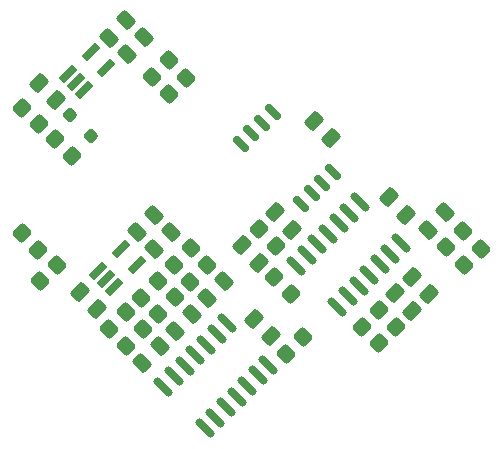
<source format=gbp>
G04 #@! TF.GenerationSoftware,KiCad,Pcbnew,(7.0.0)*
G04 #@! TF.CreationDate,2023-04-27T15:14:50-06:00*
G04 #@! TF.ProjectId,Fonocardiograma_V3C,466f6e6f-6361-4726-9469-6f6772616d61,rev?*
G04 #@! TF.SameCoordinates,Original*
G04 #@! TF.FileFunction,Paste,Bot*
G04 #@! TF.FilePolarity,Positive*
%FSLAX46Y46*%
G04 Gerber Fmt 4.6, Leading zero omitted, Abs format (unit mm)*
G04 Created by KiCad (PCBNEW (7.0.0)) date 2023-04-27 15:14:50*
%MOMM*%
%LPD*%
G01*
G04 APERTURE LIST*
G04 Aperture macros list*
%AMRoundRect*
0 Rectangle with rounded corners*
0 $1 Rounding radius*
0 $2 $3 $4 $5 $6 $7 $8 $9 X,Y pos of 4 corners*
0 Add a 4 corners polygon primitive as box body*
4,1,4,$2,$3,$4,$5,$6,$7,$8,$9,$2,$3,0*
0 Add four circle primitives for the rounded corners*
1,1,$1+$1,$2,$3*
1,1,$1+$1,$4,$5*
1,1,$1+$1,$6,$7*
1,1,$1+$1,$8,$9*
0 Add four rect primitives between the rounded corners*
20,1,$1+$1,$2,$3,$4,$5,0*
20,1,$1+$1,$4,$5,$6,$7,0*
20,1,$1+$1,$6,$7,$8,$9,0*
20,1,$1+$1,$8,$9,$2,$3,0*%
%AMRotRect*
0 Rectangle, with rotation*
0 The origin of the aperture is its center*
0 $1 length*
0 $2 width*
0 $3 Rotation angle, in degrees counterclockwise*
0 Add horizontal line*
21,1,$1,$2,0,0,$3*%
G04 Aperture macros list end*
%ADD10RotRect,1.560000X0.650000X45.000000*%
%ADD11RoundRect,0.250000X-0.070711X0.565685X-0.565685X0.070711X0.070711X-0.565685X0.565685X-0.070711X0*%
%ADD12RoundRect,0.150000X0.689429X-0.477297X-0.477297X0.689429X-0.689429X0.477297X0.477297X-0.689429X0*%
%ADD13RoundRect,0.250000X0.565685X0.070711X0.070711X0.565685X-0.565685X-0.070711X-0.070711X-0.565685X0*%
%ADD14RoundRect,0.250000X0.574524X0.097227X0.097227X0.574524X-0.574524X-0.097227X-0.097227X-0.574524X0*%
%ADD15RoundRect,0.250000X-0.574524X-0.097227X-0.097227X-0.574524X0.574524X0.097227X0.097227X0.574524X0*%
%ADD16RoundRect,0.150000X0.565685X-0.353553X-0.353553X0.565685X-0.565685X0.353553X0.353553X-0.565685X0*%
%ADD17RoundRect,0.250000X0.097227X-0.574524X0.574524X-0.097227X-0.097227X0.574524X-0.574524X0.097227X0*%
%ADD18RoundRect,0.250000X0.070711X-0.565685X0.565685X-0.070711X-0.070711X0.565685X-0.565685X0.070711X0*%
%ADD19RoundRect,0.250000X-0.097227X0.574524X-0.574524X0.097227X0.097227X-0.574524X0.574524X-0.097227X0*%
%ADD20RoundRect,0.250000X-0.565685X-0.070711X-0.070711X-0.565685X0.565685X0.070711X0.070711X0.565685X0*%
%ADD21RoundRect,0.250000X-0.353553X0.000000X0.000000X-0.353553X0.353553X0.000000X0.000000X0.353553X0*%
G04 APERTURE END LIST*
D10*
X85188156Y-53950345D03*
X84516405Y-53278593D03*
X83844653Y-52606842D03*
X85753842Y-50697653D03*
X87097345Y-52041156D03*
D11*
X118817107Y-67364893D03*
X117402893Y-68779107D03*
D12*
X112041077Y-66901923D03*
X111143052Y-67799949D03*
X110245026Y-68697975D03*
X109347000Y-69596000D03*
X108448975Y-70494026D03*
X107550949Y-71392052D03*
X106652923Y-72290077D03*
X103152745Y-68789899D03*
X104050770Y-67891873D03*
X104948796Y-66993847D03*
X105846822Y-66095822D03*
X106744847Y-65197796D03*
X107642873Y-64299770D03*
X108540899Y-63401745D03*
D13*
X111578107Y-73986107D03*
X110163893Y-72571893D03*
D14*
X106143623Y-57985223D03*
X104676377Y-56517977D03*
D15*
X84864377Y-71021377D03*
X86331623Y-72488623D03*
D12*
X100811766Y-77186412D03*
X99913741Y-78084438D03*
X99015715Y-78982464D03*
X98117689Y-79880489D03*
X97219664Y-80778515D03*
X96321638Y-81676541D03*
X95423612Y-82574566D03*
X91923434Y-79074388D03*
X92821459Y-78176362D03*
X93719485Y-77278336D03*
X94617511Y-76380311D03*
X95515536Y-75482285D03*
X96413562Y-74584259D03*
X97311588Y-73686234D03*
D16*
X106254623Y-60888546D03*
X105356597Y-61786572D03*
X104458572Y-62684597D03*
X103560546Y-63582623D03*
X98469377Y-58491454D03*
X99367403Y-57593428D03*
X100265428Y-56695403D03*
X101163454Y-55797377D03*
D10*
X87732249Y-70608652D03*
X87060498Y-69936900D03*
X86388746Y-69265149D03*
X88297935Y-67355960D03*
X89641438Y-68699463D03*
D13*
X81352107Y-56841107D03*
X79937893Y-55426893D03*
D17*
X91091936Y-67388990D03*
X92559182Y-65921744D03*
D18*
X92383893Y-54301107D03*
X93798107Y-52886893D03*
X90051186Y-71492814D03*
X91465400Y-70078600D03*
D13*
X84146107Y-59508107D03*
X82731893Y-58093893D03*
D19*
X94333739Y-72849061D03*
X92866493Y-74316307D03*
D14*
X112493623Y-64487623D03*
X111026377Y-63020377D03*
X113001623Y-72615623D03*
X111534377Y-71148377D03*
D11*
X90170000Y-74168000D03*
X88755786Y-75582214D03*
D15*
X98580377Y-67084377D03*
X100047623Y-68551623D03*
D11*
X95605600Y-68732400D03*
X94191386Y-70146614D03*
X92862400Y-71475600D03*
X91448186Y-72889814D03*
D13*
X110181107Y-75383107D03*
X108766893Y-73968893D03*
D17*
X88744623Y-48034377D03*
X87277377Y-49501623D03*
D14*
X114398157Y-71218157D03*
X112930911Y-69750911D03*
D19*
X115795623Y-64290377D03*
X114328377Y-65757623D03*
D17*
X88801377Y-50898623D03*
X90268623Y-49431377D03*
X89666093Y-65934307D03*
X91133339Y-64467061D03*
D14*
X101063623Y-74774623D03*
X99596377Y-73307377D03*
D19*
X91596493Y-75586307D03*
X90129247Y-77053553D03*
X97071730Y-70085670D03*
X95604484Y-71552916D03*
D18*
X87337479Y-74155721D03*
X88751693Y-72741507D03*
D20*
X101418107Y-67128107D03*
X100003893Y-65713893D03*
D18*
X92815693Y-68728307D03*
X94229907Y-67314093D03*
D15*
X101374377Y-64290377D03*
X102841623Y-65757623D03*
D18*
X81461893Y-70125307D03*
X82876107Y-68711093D03*
X103704107Y-74857893D03*
X102289893Y-76272107D03*
X90936093Y-52827907D03*
X92350307Y-51413693D03*
D13*
X81326707Y-67458307D03*
X79912493Y-66044093D03*
D18*
X115878893Y-67255107D03*
X117293107Y-65840893D03*
D13*
X102688107Y-71192107D03*
X101273893Y-69777893D03*
D21*
X83977517Y-56012117D03*
X85745283Y-57779883D03*
D14*
X81359177Y-53342977D03*
X82826423Y-54810223D03*
M02*

</source>
